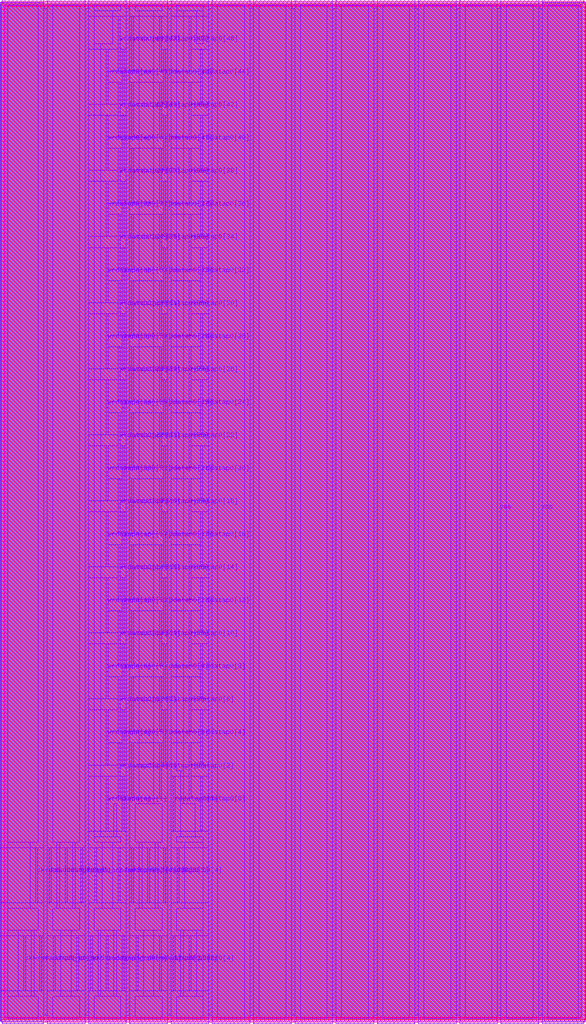
<source format=lef>
VERSION 5.8 ;
BUSBITCHARS "[]" ;
DIVIDERCHAR "/" ;

UNITS
  DATABASE MICRONS 4000 ;
END UNITS

PROPERTYDEFINITIONS
  MACRO hpml_layer STRING ;
  MACRO heml_layer STRING ;
END PROPERTYDEFINITIONS

MACRO arf046b032e1r1w0cbbehraa4acw
  CLASS BLOCK ;
  FOREIGN arf046b032e1r1w0cbbehraa4acw ;
  ORIGIN 0 0 ;
  SIZE 12.6 BY 22.08 ;
  PIN ckrdp0
    DIRECTION INPUT ;
    USE SIGNAL ;
    PORT
      LAYER m7 ;
        RECT 0.684 2.52 0.728 3.72 ;
    END
  END ckrdp0
  PIN ckwrp0
    DIRECTION INPUT ;
    USE SIGNAL ;
    PORT
      LAYER m7 ;
        RECT 0.428 0.6 0.472 1.8 ;
    END
  END ckwrp0
  PIN rdaddrp0[0]
    DIRECTION INPUT ;
    USE SIGNAL ;
    PORT
      LAYER m7 ;
        RECT 2.484 2.52 2.528 3.72 ;
    END
  END rdaddrp0[0]
  PIN rdaddrp0[1]
    DIRECTION INPUT ;
    USE SIGNAL ;
    PORT
      LAYER m7 ;
        RECT 2.784 2.52 2.828 3.72 ;
    END
  END rdaddrp0[1]
  PIN rdaddrp0[2]
    DIRECTION INPUT ;
    USE SIGNAL ;
    PORT
      LAYER m7 ;
        RECT 3.128 2.52 3.172 3.72 ;
    END
  END rdaddrp0[2]
  PIN rdaddrp0[3]
    DIRECTION INPUT ;
    USE SIGNAL ;
    PORT
      LAYER m7 ;
        RECT 3.472 2.52 3.516 3.72 ;
    END
  END rdaddrp0[3]
  PIN rdaddrp0[4]
    DIRECTION INPUT ;
    USE SIGNAL ;
    PORT
      LAYER m7 ;
        RECT 3.772 2.52 3.816 3.72 ;
    END
  END rdaddrp0[4]
  PIN rdaddrp0_fd
    DIRECTION INPUT ;
    USE SIGNAL ;
    PORT
      LAYER m7 ;
        RECT 0.984 2.52 1.028 3.72 ;
    END
  END rdaddrp0_fd
  PIN rdaddrp0_rd
    DIRECTION INPUT ;
    USE SIGNAL ;
    PORT
      LAYER m7 ;
        RECT 1.328 2.52 1.372 3.72 ;
    END
  END rdaddrp0_rd
  PIN rdenp0
    DIRECTION INPUT ;
    USE SIGNAL ;
    PORT
      LAYER m7 ;
        RECT 1.672 2.52 1.716 3.72 ;
    END
  END rdenp0
  PIN sdl_initp0
    DIRECTION INPUT ;
    USE SIGNAL ;
    PORT
      LAYER m7 ;
        RECT 1.972 2.52 2.016 3.72 ;
    END
  END sdl_initp0
  PIN wraddrp0[0]
    DIRECTION INPUT ;
    USE SIGNAL ;
    PORT
      LAYER m7 ;
        RECT 2.572 0.6 2.616 1.8 ;
    END
  END wraddrp0[0]
  PIN wraddrp0[1]
    DIRECTION INPUT ;
    USE SIGNAL ;
    PORT
      LAYER m7 ;
        RECT 2.872 0.6 2.916 1.8 ;
    END
  END wraddrp0[1]
  PIN wraddrp0[2]
    DIRECTION INPUT ;
    USE SIGNAL ;
    PORT
      LAYER m7 ;
        RECT 3.384 0.6 3.428 1.8 ;
    END
  END wraddrp0[2]
  PIN wraddrp0[3]
    DIRECTION INPUT ;
    USE SIGNAL ;
    PORT
      LAYER m7 ;
        RECT 3.684 0.6 3.728 1.8 ;
    END
  END wraddrp0[3]
  PIN wraddrp0[4]
    DIRECTION INPUT ;
    USE SIGNAL ;
    PORT
      LAYER m7 ;
        RECT 4.028 0.6 4.072 1.8 ;
    END
  END wraddrp0[4]
  PIN wraddrp0_fd
    DIRECTION INPUT ;
    USE SIGNAL ;
    PORT
      LAYER m7 ;
        RECT 0.772 0.6 0.816 1.8 ;
    END
  END wraddrp0_fd
  PIN wraddrp0_rd
    DIRECTION INPUT ;
    USE SIGNAL ;
    PORT
      LAYER m7 ;
        RECT 1.072 0.6 1.116 1.8 ;
    END
  END wraddrp0_rd
  PIN wrdatap0[0]
    DIRECTION INPUT ;
    USE SIGNAL ;
    PORT
      LAYER m7 ;
        RECT 2.228 4.08 2.272 5.28 ;
    END
  END wrdatap0[0]
  PIN wrdatap0[10]
    DIRECTION INPUT ;
    USE SIGNAL ;
    PORT
      LAYER m7 ;
        RECT 2.484 7.68 2.528 8.88 ;
    END
  END wrdatap0[10]
  PIN wrdatap0[11]
    DIRECTION INPUT ;
    USE SIGNAL ;
    PORT
      LAYER m7 ;
        RECT 2.784 7.68 2.828 8.88 ;
    END
  END wrdatap0[11]
  PIN wrdatap0[12]
    DIRECTION INPUT ;
    USE SIGNAL ;
    PORT
      LAYER m7 ;
        RECT 2.228 8.4 2.272 9.6 ;
    END
  END wrdatap0[12]
  PIN wrdatap0[13]
    DIRECTION INPUT ;
    USE SIGNAL ;
    PORT
      LAYER m7 ;
        RECT 2.572 8.4 2.616 9.6 ;
    END
  END wrdatap0[13]
  PIN wrdatap0[14]
    DIRECTION INPUT ;
    USE SIGNAL ;
    PORT
      LAYER m7 ;
        RECT 2.484 9.12 2.528 10.32 ;
    END
  END wrdatap0[14]
  PIN wrdatap0[15]
    DIRECTION INPUT ;
    USE SIGNAL ;
    PORT
      LAYER m7 ;
        RECT 2.784 9.12 2.828 10.32 ;
    END
  END wrdatap0[15]
  PIN wrdatap0[16]
    DIRECTION INPUT ;
    USE SIGNAL ;
    PORT
      LAYER m7 ;
        RECT 2.228 9.84 2.272 11.04 ;
    END
  END wrdatap0[16]
  PIN wrdatap0[17]
    DIRECTION INPUT ;
    USE SIGNAL ;
    PORT
      LAYER m7 ;
        RECT 2.572 9.84 2.616 11.04 ;
    END
  END wrdatap0[17]
  PIN wrdatap0[18]
    DIRECTION INPUT ;
    USE SIGNAL ;
    PORT
      LAYER m7 ;
        RECT 2.484 10.56 2.528 11.76 ;
    END
  END wrdatap0[18]
  PIN wrdatap0[19]
    DIRECTION INPUT ;
    USE SIGNAL ;
    PORT
      LAYER m7 ;
        RECT 2.784 10.56 2.828 11.76 ;
    END
  END wrdatap0[19]
  PIN wrdatap0[1]
    DIRECTION INPUT ;
    USE SIGNAL ;
    PORT
      LAYER m7 ;
        RECT 2.572 4.08 2.616 5.28 ;
    END
  END wrdatap0[1]
  PIN wrdatap0[20]
    DIRECTION INPUT ;
    USE SIGNAL ;
    PORT
      LAYER m7 ;
        RECT 2.228 11.28 2.272 12.48 ;
    END
  END wrdatap0[20]
  PIN wrdatap0[21]
    DIRECTION INPUT ;
    USE SIGNAL ;
    PORT
      LAYER m7 ;
        RECT 2.572 11.28 2.616 12.48 ;
    END
  END wrdatap0[21]
  PIN wrdatap0[22]
    DIRECTION INPUT ;
    USE SIGNAL ;
    PORT
      LAYER m7 ;
        RECT 2.484 12 2.528 13.2 ;
    END
  END wrdatap0[22]
  PIN wrdatap0[23]
    DIRECTION INPUT ;
    USE SIGNAL ;
    PORT
      LAYER m7 ;
        RECT 2.784 12 2.828 13.2 ;
    END
  END wrdatap0[23]
  PIN wrdatap0[24]
    DIRECTION INPUT ;
    USE SIGNAL ;
    PORT
      LAYER m7 ;
        RECT 2.228 12.72 2.272 13.92 ;
    END
  END wrdatap0[24]
  PIN wrdatap0[25]
    DIRECTION INPUT ;
    USE SIGNAL ;
    PORT
      LAYER m7 ;
        RECT 2.572 12.72 2.616 13.92 ;
    END
  END wrdatap0[25]
  PIN wrdatap0[26]
    DIRECTION INPUT ;
    USE SIGNAL ;
    PORT
      LAYER m7 ;
        RECT 2.484 13.44 2.528 14.64 ;
    END
  END wrdatap0[26]
  PIN wrdatap0[27]
    DIRECTION INPUT ;
    USE SIGNAL ;
    PORT
      LAYER m7 ;
        RECT 2.784 13.44 2.828 14.64 ;
    END
  END wrdatap0[27]
  PIN wrdatap0[28]
    DIRECTION INPUT ;
    USE SIGNAL ;
    PORT
      LAYER m7 ;
        RECT 2.228 14.16 2.272 15.36 ;
    END
  END wrdatap0[28]
  PIN wrdatap0[29]
    DIRECTION INPUT ;
    USE SIGNAL ;
    PORT
      LAYER m7 ;
        RECT 2.572 14.16 2.616 15.36 ;
    END
  END wrdatap0[29]
  PIN wrdatap0[2]
    DIRECTION INPUT ;
    USE SIGNAL ;
    PORT
      LAYER m7 ;
        RECT 2.484 4.8 2.528 6 ;
    END
  END wrdatap0[2]
  PIN wrdatap0[30]
    DIRECTION INPUT ;
    USE SIGNAL ;
    PORT
      LAYER m7 ;
        RECT 2.484 14.88 2.528 16.08 ;
    END
  END wrdatap0[30]
  PIN wrdatap0[31]
    DIRECTION INPUT ;
    USE SIGNAL ;
    PORT
      LAYER m7 ;
        RECT 2.784 14.88 2.828 16.08 ;
    END
  END wrdatap0[31]
  PIN wrdatap0[32]
    DIRECTION INPUT ;
    USE SIGNAL ;
    PORT
      LAYER m7 ;
        RECT 2.228 15.6 2.272 16.8 ;
    END
  END wrdatap0[32]
  PIN wrdatap0[33]
    DIRECTION INPUT ;
    USE SIGNAL ;
    PORT
      LAYER m7 ;
        RECT 2.572 15.6 2.616 16.8 ;
    END
  END wrdatap0[33]
  PIN wrdatap0[34]
    DIRECTION INPUT ;
    USE SIGNAL ;
    PORT
      LAYER m7 ;
        RECT 2.484 16.32 2.528 17.52 ;
    END
  END wrdatap0[34]
  PIN wrdatap0[35]
    DIRECTION INPUT ;
    USE SIGNAL ;
    PORT
      LAYER m7 ;
        RECT 2.784 16.32 2.828 17.52 ;
    END
  END wrdatap0[35]
  PIN wrdatap0[36]
    DIRECTION INPUT ;
    USE SIGNAL ;
    PORT
      LAYER m7 ;
        RECT 2.228 17.04 2.272 18.24 ;
    END
  END wrdatap0[36]
  PIN wrdatap0[37]
    DIRECTION INPUT ;
    USE SIGNAL ;
    PORT
      LAYER m7 ;
        RECT 2.572 17.04 2.616 18.24 ;
    END
  END wrdatap0[37]
  PIN wrdatap0[38]
    DIRECTION INPUT ;
    USE SIGNAL ;
    PORT
      LAYER m7 ;
        RECT 2.484 17.76 2.528 18.96 ;
    END
  END wrdatap0[38]
  PIN wrdatap0[39]
    DIRECTION INPUT ;
    USE SIGNAL ;
    PORT
      LAYER m7 ;
        RECT 2.784 17.76 2.828 18.96 ;
    END
  END wrdatap0[39]
  PIN wrdatap0[3]
    DIRECTION INPUT ;
    USE SIGNAL ;
    PORT
      LAYER m7 ;
        RECT 2.784 4.8 2.828 6 ;
    END
  END wrdatap0[3]
  PIN wrdatap0[40]
    DIRECTION INPUT ;
    USE SIGNAL ;
    PORT
      LAYER m7 ;
        RECT 2.228 18.48 2.272 19.68 ;
    END
  END wrdatap0[40]
  PIN wrdatap0[41]
    DIRECTION INPUT ;
    USE SIGNAL ;
    PORT
      LAYER m7 ;
        RECT 2.572 18.48 2.616 19.68 ;
    END
  END wrdatap0[41]
  PIN wrdatap0[42]
    DIRECTION INPUT ;
    USE SIGNAL ;
    PORT
      LAYER m7 ;
        RECT 2.484 19.2 2.528 20.4 ;
    END
  END wrdatap0[42]
  PIN wrdatap0[43]
    DIRECTION INPUT ;
    USE SIGNAL ;
    PORT
      LAYER m7 ;
        RECT 2.784 19.2 2.828 20.4 ;
    END
  END wrdatap0[43]
  PIN wrdatap0[44]
    DIRECTION INPUT ;
    USE SIGNAL ;
    PORT
      LAYER m7 ;
        RECT 2.228 19.92 2.272 21.12 ;
    END
  END wrdatap0[44]
  PIN wrdatap0[45]
    DIRECTION INPUT ;
    USE SIGNAL ;
    PORT
      LAYER m7 ;
        RECT 2.572 19.92 2.616 21.12 ;
    END
  END wrdatap0[45]
  PIN wrdatap0[46]
    DIRECTION INPUT ;
    USE SIGNAL ;
    PORT
      LAYER m7 ;
        RECT 2.484 20.64 2.528 21.84 ;
    END
  END wrdatap0[46]
  PIN wrdatap0[47]
    DIRECTION INPUT ;
    USE SIGNAL ;
    PORT
      LAYER m7 ;
        RECT 2.784 20.64 2.828 21.84 ;
    END
  END wrdatap0[47]
  PIN wrdatap0[4]
    DIRECTION INPUT ;
    USE SIGNAL ;
    PORT
      LAYER m7 ;
        RECT 2.228 5.52 2.272 6.72 ;
    END
  END wrdatap0[4]
  PIN wrdatap0[5]
    DIRECTION INPUT ;
    USE SIGNAL ;
    PORT
      LAYER m7 ;
        RECT 2.572 5.52 2.616 6.72 ;
    END
  END wrdatap0[5]
  PIN wrdatap0[6]
    DIRECTION INPUT ;
    USE SIGNAL ;
    PORT
      LAYER m7 ;
        RECT 2.484 6.24 2.528 7.44 ;
    END
  END wrdatap0[6]
  PIN wrdatap0[7]
    DIRECTION INPUT ;
    USE SIGNAL ;
    PORT
      LAYER m7 ;
        RECT 2.784 6.24 2.828 7.44 ;
    END
  END wrdatap0[7]
  PIN wrdatap0[8]
    DIRECTION INPUT ;
    USE SIGNAL ;
    PORT
      LAYER m7 ;
        RECT 2.228 6.96 2.272 8.16 ;
    END
  END wrdatap0[8]
  PIN wrdatap0[9]
    DIRECTION INPUT ;
    USE SIGNAL ;
    PORT
      LAYER m7 ;
        RECT 2.572 6.96 2.616 8.16 ;
    END
  END wrdatap0[9]
  PIN wrdatap0_fd
    DIRECTION INPUT ;
    USE SIGNAL ;
    PORT
      LAYER m7 ;
        RECT 1.884 0.6 1.928 1.8 ;
    END
  END wrdatap0_fd
  PIN wrdatap0_rd
    DIRECTION INPUT ;
    USE SIGNAL ;
    PORT
      LAYER m7 ;
        RECT 2.228 0.6 2.272 1.8 ;
    END
  END wrdatap0_rd
  PIN wrenp0
    DIRECTION INPUT ;
    USE SIGNAL ;
    PORT
      LAYER m7 ;
        RECT 1.584 0.6 1.628 1.8 ;
    END
  END wrenp0
  PIN rddatap0[0]
    DIRECTION OUTPUT ;
    USE SIGNAL ;
    PORT
      LAYER m7 ;
        RECT 4.284 4.08 4.328 5.28 ;
    END
  END rddatap0[0]
  PIN rddatap0[10]
    DIRECTION OUTPUT ;
    USE SIGNAL ;
    PORT
      LAYER m7 ;
        RECT 4.028 7.68 4.072 8.88 ;
    END
  END rddatap0[10]
  PIN rddatap0[11]
    DIRECTION OUTPUT ;
    USE SIGNAL ;
    PORT
      LAYER m7 ;
        RECT 3.384 7.68 3.428 8.88 ;
    END
  END rddatap0[11]
  PIN rddatap0[12]
    DIRECTION OUTPUT ;
    USE SIGNAL ;
    PORT
      LAYER m7 ;
        RECT 4.284 8.4 4.328 9.6 ;
    END
  END rddatap0[12]
  PIN rddatap0[13]
    DIRECTION OUTPUT ;
    USE SIGNAL ;
    PORT
      LAYER m7 ;
        RECT 3.472 8.4 3.516 9.6 ;
    END
  END rddatap0[13]
  PIN rddatap0[14]
    DIRECTION OUTPUT ;
    USE SIGNAL ;
    PORT
      LAYER m7 ;
        RECT 4.028 9.12 4.072 10.32 ;
    END
  END rddatap0[14]
  PIN rddatap0[15]
    DIRECTION OUTPUT ;
    USE SIGNAL ;
    PORT
      LAYER m7 ;
        RECT 3.384 9.12 3.428 10.32 ;
    END
  END rddatap0[15]
  PIN rddatap0[16]
    DIRECTION OUTPUT ;
    USE SIGNAL ;
    PORT
      LAYER m7 ;
        RECT 4.284 9.84 4.328 11.04 ;
    END
  END rddatap0[16]
  PIN rddatap0[17]
    DIRECTION OUTPUT ;
    USE SIGNAL ;
    PORT
      LAYER m7 ;
        RECT 3.472 9.84 3.516 11.04 ;
    END
  END rddatap0[17]
  PIN rddatap0[18]
    DIRECTION OUTPUT ;
    USE SIGNAL ;
    PORT
      LAYER m7 ;
        RECT 4.028 10.56 4.072 11.76 ;
    END
  END rddatap0[18]
  PIN rddatap0[19]
    DIRECTION OUTPUT ;
    USE SIGNAL ;
    PORT
      LAYER m7 ;
        RECT 3.384 10.56 3.428 11.76 ;
    END
  END rddatap0[19]
  PIN rddatap0[1]
    DIRECTION OUTPUT ;
    USE SIGNAL ;
    PORT
      LAYER m7 ;
        RECT 3.684 4.08 3.728 5.28 ;
    END
  END rddatap0[1]
  PIN rddatap0[20]
    DIRECTION OUTPUT ;
    USE SIGNAL ;
    PORT
      LAYER m7 ;
        RECT 4.284 11.28 4.328 12.48 ;
    END
  END rddatap0[20]
  PIN rddatap0[21]
    DIRECTION OUTPUT ;
    USE SIGNAL ;
    PORT
      LAYER m7 ;
        RECT 3.472 11.28 3.516 12.48 ;
    END
  END rddatap0[21]
  PIN rddatap0[22]
    DIRECTION OUTPUT ;
    USE SIGNAL ;
    PORT
      LAYER m7 ;
        RECT 4.028 12 4.072 13.2 ;
    END
  END rddatap0[22]
  PIN rddatap0[23]
    DIRECTION OUTPUT ;
    USE SIGNAL ;
    PORT
      LAYER m7 ;
        RECT 3.384 12 3.428 13.2 ;
    END
  END rddatap0[23]
  PIN rddatap0[24]
    DIRECTION OUTPUT ;
    USE SIGNAL ;
    PORT
      LAYER m7 ;
        RECT 4.284 12.72 4.328 13.92 ;
    END
  END rddatap0[24]
  PIN rddatap0[25]
    DIRECTION OUTPUT ;
    USE SIGNAL ;
    PORT
      LAYER m7 ;
        RECT 3.472 12.72 3.516 13.92 ;
    END
  END rddatap0[25]
  PIN rddatap0[26]
    DIRECTION OUTPUT ;
    USE SIGNAL ;
    PORT
      LAYER m7 ;
        RECT 4.028 13.44 4.072 14.64 ;
    END
  END rddatap0[26]
  PIN rddatap0[27]
    DIRECTION OUTPUT ;
    USE SIGNAL ;
    PORT
      LAYER m7 ;
        RECT 3.384 13.44 3.428 14.64 ;
    END
  END rddatap0[27]
  PIN rddatap0[28]
    DIRECTION OUTPUT ;
    USE SIGNAL ;
    PORT
      LAYER m7 ;
        RECT 4.284 14.16 4.328 15.36 ;
    END
  END rddatap0[28]
  PIN rddatap0[29]
    DIRECTION OUTPUT ;
    USE SIGNAL ;
    PORT
      LAYER m7 ;
        RECT 3.472 14.16 3.516 15.36 ;
    END
  END rddatap0[29]
  PIN rddatap0[2]
    DIRECTION OUTPUT ;
    USE SIGNAL ;
    PORT
      LAYER m7 ;
        RECT 4.028 4.8 4.072 6 ;
    END
  END rddatap0[2]
  PIN rddatap0[30]
    DIRECTION OUTPUT ;
    USE SIGNAL ;
    PORT
      LAYER m7 ;
        RECT 4.028 14.88 4.072 16.08 ;
    END
  END rddatap0[30]
  PIN rddatap0[31]
    DIRECTION OUTPUT ;
    USE SIGNAL ;
    PORT
      LAYER m7 ;
        RECT 3.384 14.88 3.428 16.08 ;
    END
  END rddatap0[31]
  PIN rddatap0[32]
    DIRECTION OUTPUT ;
    USE SIGNAL ;
    PORT
      LAYER m7 ;
        RECT 4.284 15.6 4.328 16.8 ;
    END
  END rddatap0[32]
  PIN rddatap0[33]
    DIRECTION OUTPUT ;
    USE SIGNAL ;
    PORT
      LAYER m7 ;
        RECT 3.472 15.6 3.516 16.8 ;
    END
  END rddatap0[33]
  PIN rddatap0[34]
    DIRECTION OUTPUT ;
    USE SIGNAL ;
    PORT
      LAYER m7 ;
        RECT 4.028 16.32 4.072 17.52 ;
    END
  END rddatap0[34]
  PIN rddatap0[35]
    DIRECTION OUTPUT ;
    USE SIGNAL ;
    PORT
      LAYER m7 ;
        RECT 3.384 16.32 3.428 17.52 ;
    END
  END rddatap0[35]
  PIN rddatap0[36]
    DIRECTION OUTPUT ;
    USE SIGNAL ;
    PORT
      LAYER m7 ;
        RECT 4.284 17.04 4.328 18.24 ;
    END
  END rddatap0[36]
  PIN rddatap0[37]
    DIRECTION OUTPUT ;
    USE SIGNAL ;
    PORT
      LAYER m7 ;
        RECT 3.472 17.04 3.516 18.24 ;
    END
  END rddatap0[37]
  PIN rddatap0[38]
    DIRECTION OUTPUT ;
    USE SIGNAL ;
    PORT
      LAYER m7 ;
        RECT 4.028 17.76 4.072 18.96 ;
    END
  END rddatap0[38]
  PIN rddatap0[39]
    DIRECTION OUTPUT ;
    USE SIGNAL ;
    PORT
      LAYER m7 ;
        RECT 3.384 17.76 3.428 18.96 ;
    END
  END rddatap0[39]
  PIN rddatap0[3]
    DIRECTION OUTPUT ;
    USE SIGNAL ;
    PORT
      LAYER m7 ;
        RECT 3.384 4.8 3.428 6 ;
    END
  END rddatap0[3]
  PIN rddatap0[40]
    DIRECTION OUTPUT ;
    USE SIGNAL ;
    PORT
      LAYER m7 ;
        RECT 4.284 18.48 4.328 19.68 ;
    END
  END rddatap0[40]
  PIN rddatap0[41]
    DIRECTION OUTPUT ;
    USE SIGNAL ;
    PORT
      LAYER m7 ;
        RECT 3.472 18.48 3.516 19.68 ;
    END
  END rddatap0[41]
  PIN rddatap0[42]
    DIRECTION OUTPUT ;
    USE SIGNAL ;
    PORT
      LAYER m7 ;
        RECT 4.028 19.2 4.072 20.4 ;
    END
  END rddatap0[42]
  PIN rddatap0[43]
    DIRECTION OUTPUT ;
    USE SIGNAL ;
    PORT
      LAYER m7 ;
        RECT 3.384 19.2 3.428 20.4 ;
    END
  END rddatap0[43]
  PIN rddatap0[44]
    DIRECTION OUTPUT ;
    USE SIGNAL ;
    PORT
      LAYER m7 ;
        RECT 4.284 19.92 4.328 21.12 ;
    END
  END rddatap0[44]
  PIN rddatap0[45]
    DIRECTION OUTPUT ;
    USE SIGNAL ;
    PORT
      LAYER m7 ;
        RECT 3.472 19.92 3.516 21.12 ;
    END
  END rddatap0[45]
  PIN rddatap0[46]
    DIRECTION OUTPUT ;
    USE SIGNAL ;
    PORT
      LAYER m7 ;
        RECT 4.028 20.64 4.072 21.84 ;
    END
  END rddatap0[46]
  PIN rddatap0[47]
    DIRECTION OUTPUT ;
    USE SIGNAL ;
    PORT
      LAYER m7 ;
        RECT 3.384 20.64 3.428 21.84 ;
    END
  END rddatap0[47]
  PIN rddatap0[4]
    DIRECTION OUTPUT ;
    USE SIGNAL ;
    PORT
      LAYER m7 ;
        RECT 4.284 5.52 4.328 6.72 ;
    END
  END rddatap0[4]
  PIN rddatap0[5]
    DIRECTION OUTPUT ;
    USE SIGNAL ;
    PORT
      LAYER m7 ;
        RECT 3.472 5.52 3.516 6.72 ;
    END
  END rddatap0[5]
  PIN rddatap0[6]
    DIRECTION OUTPUT ;
    USE SIGNAL ;
    PORT
      LAYER m7 ;
        RECT 4.028 6.24 4.072 7.44 ;
    END
  END rddatap0[6]
  PIN rddatap0[7]
    DIRECTION OUTPUT ;
    USE SIGNAL ;
    PORT
      LAYER m7 ;
        RECT 3.384 6.24 3.428 7.44 ;
    END
  END rddatap0[7]
  PIN rddatap0[8]
    DIRECTION OUTPUT ;
    USE SIGNAL ;
    PORT
      LAYER m7 ;
        RECT 4.284 6.96 4.328 8.16 ;
    END
  END rddatap0[8]
  PIN rddatap0[9]
    DIRECTION OUTPUT ;
    USE SIGNAL ;
    PORT
      LAYER m7 ;
        RECT 3.472 6.96 3.516 8.16 ;
    END
  END rddatap0[9]
  PIN vcc
    DIRECTION INPUT ;
    USE POWER ;
    PORT
      LAYER m7 ;
        RECT 0.862 0.06 0.938 22.02 ;
        RECT 2.662 0.06 2.738 22.02 ;
        RECT 4.462 0.06 4.538 22.02 ;
        RECT 6.262 0.06 6.338 22.02 ;
        RECT 8.062 0.06 8.138 22.02 ;
        RECT 9.862 0.06 9.938 22.02 ;
        RECT 11.662 0.06 11.738 22.02 ;
    END
  END vcc
  PIN vss
    DIRECTION INOUT ;
    USE GROUND ;
    PORT
      LAYER m7 ;
        RECT 1.762 0.06 1.838 22.02 ;
        RECT 3.562 0.06 3.638 22.02 ;
        RECT 5.362 0.06 5.438 22.02 ;
        RECT 7.162 0.06 7.238 22.02 ;
        RECT 8.962 0.06 9.038 22.02 ;
        RECT 10.762 0.06 10.838 22.02 ;
    END
  END vss
  OBS
    LAYER m0 SPACING 0 ;
      RECT -0.016 -0.014 12.616 22.094 ;
    LAYER m1 SPACING 0 ;
      RECT -0.02 -0.02 12.62 22.1 ;
    LAYER m2 SPACING 0 ;
      RECT -0.0705 -0.038 12.6705 22.118 ;
    LAYER m3 SPACING 0 ;
      RECT -0.035 -0.07 12.635 22.15 ;
    LAYER m4 SPACING 0 ;
      RECT -0.07 -0.038 12.67 22.118 ;
    LAYER m5 SPACING 0 ;
      RECT -0.059 -0.09 12.659 22.17 ;
    LAYER m6 SPACING 0 ;
      RECT -0.09 -0.062 12.69 22.142 ;
    LAYER m7 SPACING 0 ;
      RECT 11.738 22.14 12.64 22.2 ;
      RECT 11.738 -0.06 12.692 22.14 ;
      RECT 11.738 -0.12 12.64 -0.06 ;
      RECT 10.838 -0.12 11.662 22.2 ;
      RECT 9.938 -0.12 10.762 22.2 ;
      RECT 9.038 -0.12 9.862 22.2 ;
      RECT 8.138 -0.12 8.962 22.2 ;
      RECT 7.238 -0.12 8.062 22.2 ;
      RECT 6.338 -0.12 7.162 22.2 ;
      RECT 5.438 -0.12 6.262 22.2 ;
      RECT 4.538 -0.12 5.362 22.2 ;
      RECT 3.638 21.84 4.462 22.2 ;
      RECT 4.072 21.12 4.462 21.84 ;
      RECT 3.638 20.64 4.028 21.84 ;
      RECT 4.072 20.64 4.284 21.12 ;
      RECT 3.638 20.4 4.284 20.64 ;
      RECT 4.328 19.92 4.462 21.12 ;
      RECT 4.072 19.92 4.284 20.4 ;
      RECT 4.072 19.68 4.462 19.92 ;
      RECT 3.638 19.2 4.028 20.4 ;
      RECT 4.072 19.2 4.284 19.68 ;
      RECT 3.638 18.96 4.284 19.2 ;
      RECT 4.328 18.48 4.462 19.68 ;
      RECT 4.072 18.48 4.284 18.96 ;
      RECT 4.072 18.24 4.462 18.48 ;
      RECT 3.638 17.76 4.028 18.96 ;
      RECT 4.072 17.76 4.284 18.24 ;
      RECT 3.638 17.52 4.284 17.76 ;
      RECT 4.328 17.04 4.462 18.24 ;
      RECT 4.072 17.04 4.284 17.52 ;
      RECT 4.072 16.8 4.462 17.04 ;
      RECT 3.638 16.32 4.028 17.52 ;
      RECT 4.072 16.32 4.284 16.8 ;
      RECT 3.638 16.08 4.284 16.32 ;
      RECT 4.328 15.6 4.462 16.8 ;
      RECT 4.072 15.6 4.284 16.08 ;
      RECT 4.072 15.36 4.462 15.6 ;
      RECT 3.638 14.88 4.028 16.08 ;
      RECT 4.072 14.88 4.284 15.36 ;
      RECT 3.638 14.64 4.284 14.88 ;
      RECT 4.328 14.16 4.462 15.36 ;
      RECT 4.072 14.16 4.284 14.64 ;
      RECT 4.072 13.92 4.462 14.16 ;
      RECT 3.638 13.44 4.028 14.64 ;
      RECT 4.072 13.44 4.284 13.92 ;
      RECT 3.638 13.2 4.284 13.44 ;
      RECT 4.328 12.72 4.462 13.92 ;
      RECT 4.072 12.72 4.284 13.2 ;
      RECT 4.072 12.48 4.462 12.72 ;
      RECT 3.638 12 4.028 13.2 ;
      RECT 4.072 12 4.284 12.48 ;
      RECT 3.638 11.76 4.284 12 ;
      RECT 4.328 11.28 4.462 12.48 ;
      RECT 4.072 11.28 4.284 11.76 ;
      RECT 4.072 11.04 4.462 11.28 ;
      RECT 3.638 10.56 4.028 11.76 ;
      RECT 4.072 10.56 4.284 11.04 ;
      RECT 3.638 10.32 4.284 10.56 ;
      RECT 4.328 9.84 4.462 11.04 ;
      RECT 4.072 9.84 4.284 10.32 ;
      RECT 4.072 9.6 4.462 9.84 ;
      RECT 3.638 9.12 4.028 10.32 ;
      RECT 4.072 9.12 4.284 9.6 ;
      RECT 3.638 8.88 4.284 9.12 ;
      RECT 4.328 8.4 4.462 9.6 ;
      RECT 4.072 8.4 4.284 8.88 ;
      RECT 4.072 8.16 4.462 8.4 ;
      RECT 3.638 7.68 4.028 8.88 ;
      RECT 4.072 7.68 4.284 8.16 ;
      RECT 3.638 7.44 4.284 7.68 ;
      RECT 4.328 6.96 4.462 8.16 ;
      RECT 4.072 6.96 4.284 7.44 ;
      RECT 4.072 6.72 4.462 6.96 ;
      RECT 3.638 6.24 4.028 7.44 ;
      RECT 4.072 6.24 4.284 6.72 ;
      RECT 3.638 6 4.284 6.24 ;
      RECT 4.328 5.52 4.462 6.72 ;
      RECT 4.072 5.52 4.284 6 ;
      RECT 3.638 5.28 4.028 6 ;
      RECT 4.072 5.28 4.462 5.52 ;
      RECT 3.728 4.8 4.028 5.28 ;
      RECT 4.072 4.8 4.284 5.28 ;
      RECT 3.638 4.08 3.684 5.28 ;
      RECT 4.328 4.08 4.462 5.28 ;
      RECT 3.728 4.08 4.284 4.8 ;
      RECT 3.638 3.72 4.462 4.08 ;
      RECT 3.638 2.52 3.772 3.72 ;
      RECT 3.816 2.52 4.462 3.72 ;
      RECT 3.638 1.8 4.462 2.52 ;
      RECT 3.638 0.6 3.684 1.8 ;
      RECT 3.728 0.6 4.028 1.8 ;
      RECT 4.072 0.6 4.462 1.8 ;
      RECT 3.638 -0.12 4.462 0.6 ;
      RECT 2.738 21.84 3.562 22.2 ;
      RECT 3.428 21.12 3.562 21.84 ;
      RECT 2.738 20.64 2.784 21.84 ;
      RECT 2.828 20.64 3.384 21.84 ;
      RECT 3.428 20.64 3.472 21.12 ;
      RECT 2.738 20.4 3.472 20.64 ;
      RECT 3.516 19.92 3.562 21.12 ;
      RECT 3.428 19.92 3.472 20.4 ;
      RECT 3.428 19.68 3.562 19.92 ;
      RECT 2.738 19.2 2.784 20.4 ;
      RECT 2.828 19.2 3.384 20.4 ;
      RECT 3.428 19.2 3.472 19.68 ;
      RECT 2.738 18.96 3.472 19.2 ;
      RECT 3.516 18.48 3.562 19.68 ;
      RECT 3.428 18.48 3.472 18.96 ;
      RECT 3.428 18.24 3.562 18.48 ;
      RECT 2.738 17.76 2.784 18.96 ;
      RECT 2.828 17.76 3.384 18.96 ;
      RECT 3.428 17.76 3.472 18.24 ;
      RECT 2.738 17.52 3.472 17.76 ;
      RECT 3.516 17.04 3.562 18.24 ;
      RECT 3.428 17.04 3.472 17.52 ;
      RECT 3.428 16.8 3.562 17.04 ;
      RECT 2.738 16.32 2.784 17.52 ;
      RECT 2.828 16.32 3.384 17.52 ;
      RECT 3.428 16.32 3.472 16.8 ;
      RECT 2.738 16.08 3.472 16.32 ;
      RECT 3.516 15.6 3.562 16.8 ;
      RECT 3.428 15.6 3.472 16.08 ;
      RECT 3.428 15.36 3.562 15.6 ;
      RECT 2.738 14.88 2.784 16.08 ;
      RECT 2.828 14.88 3.384 16.08 ;
      RECT 3.428 14.88 3.472 15.36 ;
      RECT 2.738 14.64 3.472 14.88 ;
      RECT 3.516 14.16 3.562 15.36 ;
      RECT 3.428 14.16 3.472 14.64 ;
      RECT 3.428 13.92 3.562 14.16 ;
      RECT 2.738 13.44 2.784 14.64 ;
      RECT 2.828 13.44 3.384 14.64 ;
      RECT 3.428 13.44 3.472 13.92 ;
      RECT 2.738 13.2 3.472 13.44 ;
      RECT 3.516 12.72 3.562 13.92 ;
      RECT 3.428 12.72 3.472 13.2 ;
      RECT 3.428 12.48 3.562 12.72 ;
      RECT 2.738 12 2.784 13.2 ;
      RECT 2.828 12 3.384 13.2 ;
      RECT 3.428 12 3.472 12.48 ;
      RECT 2.738 11.76 3.472 12 ;
      RECT 3.516 11.28 3.562 12.48 ;
      RECT 3.428 11.28 3.472 11.76 ;
      RECT 3.428 11.04 3.562 11.28 ;
      RECT 2.738 10.56 2.784 11.76 ;
      RECT 2.828 10.56 3.384 11.76 ;
      RECT 3.428 10.56 3.472 11.04 ;
      RECT 2.738 10.32 3.472 10.56 ;
      RECT 3.516 9.84 3.562 11.04 ;
      RECT 3.428 9.84 3.472 10.32 ;
      RECT 3.428 9.6 3.562 9.84 ;
      RECT 2.738 9.12 2.784 10.32 ;
      RECT 2.828 9.12 3.384 10.32 ;
      RECT 3.428 9.12 3.472 9.6 ;
      RECT 2.738 8.88 3.472 9.12 ;
      RECT 3.516 8.4 3.562 9.6 ;
      RECT 3.428 8.4 3.472 8.88 ;
      RECT 3.428 8.16 3.562 8.4 ;
      RECT 2.738 7.68 2.784 8.88 ;
      RECT 2.828 7.68 3.384 8.88 ;
      RECT 3.428 7.68 3.472 8.16 ;
      RECT 2.738 7.44 3.472 7.68 ;
      RECT 3.516 6.96 3.562 8.16 ;
      RECT 3.428 6.96 3.472 7.44 ;
      RECT 3.428 6.72 3.562 6.96 ;
      RECT 2.738 6.24 2.784 7.44 ;
      RECT 2.828 6.24 3.384 7.44 ;
      RECT 3.428 6.24 3.472 6.72 ;
      RECT 2.738 6 3.472 6.24 ;
      RECT 3.516 5.52 3.562 6.72 ;
      RECT 3.428 5.52 3.472 6 ;
      RECT 2.738 4.8 2.784 6 ;
      RECT 2.828 4.8 3.384 6 ;
      RECT 3.428 4.8 3.562 5.52 ;
      RECT 2.738 3.72 3.562 4.8 ;
      RECT 2.738 2.52 2.784 3.72 ;
      RECT 2.828 2.52 3.128 3.72 ;
      RECT 3.172 2.52 3.472 3.72 ;
      RECT 3.516 2.52 3.562 3.72 ;
      RECT 2.738 1.8 3.562 2.52 ;
      RECT 2.738 0.6 2.872 1.8 ;
      RECT 2.916 0.6 3.384 1.8 ;
      RECT 3.428 0.6 3.562 1.8 ;
      RECT 2.738 -0.12 3.562 0.6 ;
      RECT 1.838 21.84 2.662 22.2 ;
      RECT 1.838 21.12 2.484 21.84 ;
      RECT 2.528 21.12 2.662 21.84 ;
      RECT 2.272 20.64 2.484 21.12 ;
      RECT 2.528 20.64 2.572 21.12 ;
      RECT 2.272 20.4 2.572 20.64 ;
      RECT 1.838 19.92 2.228 21.12 ;
      RECT 2.616 19.92 2.662 21.12 ;
      RECT 2.272 19.92 2.484 20.4 ;
      RECT 2.528 19.92 2.572 20.4 ;
      RECT 1.838 19.68 2.484 19.92 ;
      RECT 2.528 19.68 2.662 19.92 ;
      RECT 2.272 19.2 2.484 19.68 ;
      RECT 2.528 19.2 2.572 19.68 ;
      RECT 2.272 18.96 2.572 19.2 ;
      RECT 1.838 18.48 2.228 19.68 ;
      RECT 2.616 18.48 2.662 19.68 ;
      RECT 2.272 18.48 2.484 18.96 ;
      RECT 2.528 18.48 2.572 18.96 ;
      RECT 1.838 18.24 2.484 18.48 ;
      RECT 2.528 18.24 2.662 18.48 ;
      RECT 2.272 17.76 2.484 18.24 ;
      RECT 2.528 17.76 2.572 18.24 ;
      RECT 2.272 17.52 2.572 17.76 ;
      RECT 1.838 17.04 2.228 18.24 ;
      RECT 2.616 17.04 2.662 18.24 ;
      RECT 2.272 17.04 2.484 17.52 ;
      RECT 2.528 17.04 2.572 17.52 ;
      RECT 1.838 16.8 2.484 17.04 ;
      RECT 2.528 16.8 2.662 17.04 ;
      RECT 2.272 16.32 2.484 16.8 ;
      RECT 2.528 16.32 2.572 16.8 ;
      RECT 2.272 16.08 2.572 16.32 ;
      RECT 1.838 15.6 2.228 16.8 ;
      RECT 2.616 15.6 2.662 16.8 ;
      RECT 2.272 15.6 2.484 16.08 ;
      RECT 2.528 15.6 2.572 16.08 ;
      RECT 1.838 15.36 2.484 15.6 ;
      RECT 2.528 15.36 2.662 15.6 ;
      RECT 2.272 14.88 2.484 15.36 ;
      RECT 2.528 14.88 2.572 15.36 ;
      RECT 2.272 14.64 2.572 14.88 ;
      RECT 1.838 14.16 2.228 15.36 ;
      RECT 2.616 14.16 2.662 15.36 ;
      RECT 2.272 14.16 2.484 14.64 ;
      RECT 2.528 14.16 2.572 14.64 ;
      RECT 1.838 13.92 2.484 14.16 ;
      RECT 2.528 13.92 2.662 14.16 ;
      RECT 2.272 13.44 2.484 13.92 ;
      RECT 2.528 13.44 2.572 13.92 ;
      RECT 2.272 13.2 2.572 13.44 ;
      RECT 1.838 12.72 2.228 13.92 ;
      RECT 2.616 12.72 2.662 13.92 ;
      RECT 2.272 12.72 2.484 13.2 ;
      RECT 2.528 12.72 2.572 13.2 ;
      RECT 1.838 12.48 2.484 12.72 ;
      RECT 2.528 12.48 2.662 12.72 ;
      RECT 2.272 12 2.484 12.48 ;
      RECT 2.528 12 2.572 12.48 ;
      RECT 2.272 11.76 2.572 12 ;
      RECT 1.838 11.28 2.228 12.48 ;
      RECT 2.616 11.28 2.662 12.48 ;
      RECT 2.272 11.28 2.484 11.76 ;
      RECT 2.528 11.28 2.572 11.76 ;
      RECT 1.838 11.04 2.484 11.28 ;
      RECT 2.528 11.04 2.662 11.28 ;
      RECT 2.272 10.56 2.484 11.04 ;
      RECT 2.528 10.56 2.572 11.04 ;
      RECT 2.272 10.32 2.572 10.56 ;
      RECT 1.838 9.84 2.228 11.04 ;
      RECT 2.616 9.84 2.662 11.04 ;
      RECT 2.272 9.84 2.484 10.32 ;
      RECT 2.528 9.84 2.572 10.32 ;
      RECT 1.838 9.6 2.484 9.84 ;
      RECT 2.528 9.6 2.662 9.84 ;
      RECT 2.272 9.12 2.484 9.6 ;
      RECT 2.528 9.12 2.572 9.6 ;
      RECT 2.272 8.88 2.572 9.12 ;
      RECT 1.838 8.4 2.228 9.6 ;
      RECT 2.616 8.4 2.662 9.6 ;
      RECT 2.272 8.4 2.484 8.88 ;
      RECT 2.528 8.4 2.572 8.88 ;
      RECT 1.838 8.16 2.484 8.4 ;
      RECT 2.528 8.16 2.662 8.4 ;
      RECT 2.272 7.68 2.484 8.16 ;
      RECT 2.528 7.68 2.572 8.16 ;
      RECT 2.272 7.44 2.572 7.68 ;
      RECT 1.838 6.96 2.228 8.16 ;
      RECT 2.616 6.96 2.662 8.16 ;
      RECT 2.272 6.96 2.484 7.44 ;
      RECT 2.528 6.96 2.572 7.44 ;
      RECT 1.838 6.72 2.484 6.96 ;
      RECT 2.528 6.72 2.662 6.96 ;
      RECT 2.272 6.24 2.484 6.72 ;
      RECT 2.528 6.24 2.572 6.72 ;
      RECT 2.272 6 2.572 6.24 ;
      RECT 1.838 5.52 2.228 6.72 ;
      RECT 2.616 5.52 2.662 6.72 ;
      RECT 2.272 5.52 2.484 6 ;
      RECT 2.528 5.52 2.572 6 ;
      RECT 1.838 5.28 2.484 5.52 ;
      RECT 2.528 5.28 2.662 5.52 ;
      RECT 2.272 4.8 2.484 5.28 ;
      RECT 2.528 4.8 2.572 5.28 ;
      RECT 1.838 4.08 2.228 5.28 ;
      RECT 2.616 4.08 2.662 5.28 ;
      RECT 2.272 4.08 2.572 4.8 ;
      RECT 1.838 3.72 2.662 4.08 ;
      RECT 1.838 2.52 1.972 3.72 ;
      RECT 2.016 2.52 2.484 3.72 ;
      RECT 2.528 2.52 2.662 3.72 ;
      RECT 1.838 1.8 2.662 2.52 ;
      RECT 1.838 0.6 1.884 1.8 ;
      RECT 1.928 0.6 2.228 1.8 ;
      RECT 2.272 0.6 2.572 1.8 ;
      RECT 2.616 0.6 2.662 1.8 ;
      RECT 1.838 -0.12 2.662 0.6 ;
      RECT 0.938 3.72 1.762 22.2 ;
      RECT 0.938 2.52 0.984 3.72 ;
      RECT 1.028 2.52 1.328 3.72 ;
      RECT 1.372 2.52 1.672 3.72 ;
      RECT 1.716 2.52 1.762 3.72 ;
      RECT 0.938 1.8 1.762 2.52 ;
      RECT 0.938 0.6 1.072 1.8 ;
      RECT 1.116 0.6 1.584 1.8 ;
      RECT 1.628 0.6 1.762 1.8 ;
      RECT 0.938 -0.12 1.762 0.6 ;
      RECT -0.04 22.14 0.862 22.2 ;
      RECT -0.092 3.72 0.862 22.14 ;
      RECT -0.092 2.52 0.684 3.72 ;
      RECT 0.728 2.52 0.862 3.72 ;
      RECT -0.092 1.8 0.862 2.52 ;
      RECT -0.092 0.6 0.428 1.8 ;
      RECT 0.472 0.6 0.772 1.8 ;
      RECT 0.816 0.6 0.862 1.8 ;
      RECT -0.092 -0.06 0.862 0.6 ;
      RECT -0.04 -0.12 0.862 -0.06 ;
    LAYER m7 ;
      RECT 11.858 0 12.52 22.08 ;
      RECT 10.958 0 11.542 22.08 ;
      RECT 10.058 0 10.642 22.08 ;
      RECT 9.158 0 9.742 22.08 ;
      RECT 8.258 0 8.842 22.08 ;
      RECT 7.358 0 7.942 22.08 ;
      RECT 6.458 0 7.042 22.08 ;
      RECT 5.558 0 6.142 22.08 ;
      RECT 4.658 0 5.242 22.08 ;
      RECT 3.758 21.96 4.342 22.08 ;
      RECT 4.192 21.24 4.342 21.96 ;
      RECT 3.758 5.4 3.908 21.96 ;
      RECT 3.848 4.68 3.908 5.4 ;
      RECT 3.848 3.96 4.164 4.68 ;
      RECT 3.758 3.84 4.342 3.96 ;
      RECT 3.936 2.4 4.342 3.84 ;
      RECT 3.758 1.92 4.342 2.4 ;
      RECT 3.848 0.48 3.908 1.92 ;
      RECT 4.192 0.48 4.342 1.92 ;
      RECT 3.758 0 4.342 0.48 ;
      RECT 2.858 21.96 3.442 22.08 ;
      RECT 2.948 4.68 3.264 21.96 ;
      RECT 2.858 3.84 3.442 4.68 ;
      RECT 2.948 2.4 3.008 3.84 ;
      RECT 3.292 2.4 3.352 3.84 ;
      RECT 2.858 1.92 3.442 2.4 ;
      RECT 3.036 0.48 3.264 1.92 ;
      RECT 2.858 0 3.442 0.48 ;
      RECT 1.958 21.96 2.542 22.08 ;
      RECT 1.958 21.24 2.364 21.96 ;
      RECT 1.958 3.96 2.108 21.24 ;
      RECT 2.392 3.96 2.452 4.68 ;
      RECT 1.958 3.84 2.542 3.96 ;
      RECT 2.136 2.4 2.364 3.84 ;
      RECT 1.958 1.92 2.542 2.4 ;
      RECT 2.048 0.48 2.108 1.92 ;
      RECT 2.392 0.48 2.452 1.92 ;
      RECT 1.958 0 2.542 0.48 ;
      RECT 1.058 3.84 1.642 22.08 ;
      RECT 1.148 2.4 1.208 3.84 ;
      RECT 1.492 2.4 1.552 3.84 ;
      RECT 1.058 1.92 1.642 2.4 ;
      RECT 1.236 0.48 1.464 1.92 ;
      RECT 1.058 0 1.642 0.48 ;
      RECT 0.08 3.84 0.742 22.08 ;
      RECT 0.08 2.4 0.564 3.84 ;
      RECT 0.08 1.92 0.742 2.4 ;
      RECT 0.08 0.48 0.308 1.92 ;
      RECT 0.592 0.48 0.652 1.92 ;
      RECT 0.08 0 0.742 0.48 ;
    LAYER m0 ;
      RECT 0 0.002 12.6 22.078 ;
    LAYER m1 ;
      RECT 0 0 12.6 22.08 ;
    LAYER m2 ;
      RECT 0 0.015 12.6 22.065 ;
    LAYER m3 ;
      RECT 0.015 0 12.585 22.08 ;
    LAYER m4 ;
      RECT 0 0.02 12.6 22.06 ;
    LAYER m5 ;
      RECT 0.012 0 12.588 22.08 ;
    LAYER m6 ;
      RECT 0 0.012 12.6 22.068 ;
  END
  PROPERTY hpml_layer "7" ;
  PROPERTY heml_layer "7" ;
END arf046b032e1r1w0cbbehraa4acw

END LIBRARY

</source>
